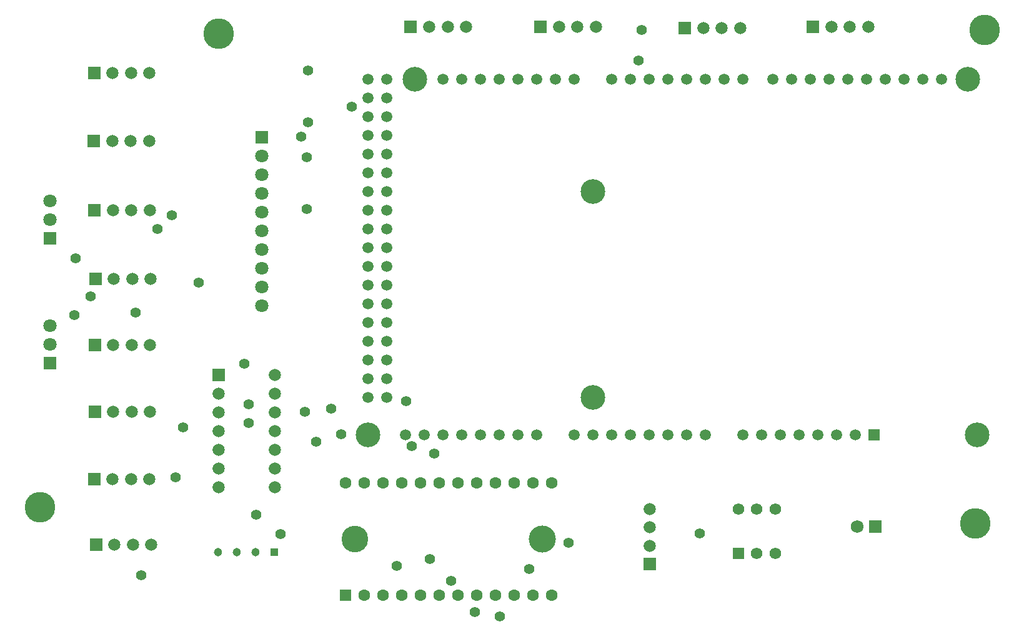
<source format=gts>
G04*
G04 #@! TF.GenerationSoftware,Altium Limited,Altium Designer,22.1.2 (22)*
G04*
G04 Layer_Color=8388736*
%FSLAX44Y44*%
%MOMM*%
G71*
G04*
G04 #@! TF.SameCoordinates,ACB05888-95A5-4360-B840-782E19AB6677*
G04*
G04*
G04 #@! TF.FilePolarity,Negative*
G04*
G01*
G75*
%ADD14C,3.3500*%
%ADD15C,1.5080*%
%ADD16R,1.5080X1.5080*%
%ADD17R,1.6580X1.6580*%
%ADD18C,1.6580*%
%ADD19R,1.6580X1.6580*%
%ADD20C,3.6160*%
%ADD21C,3.6660*%
%ADD22C,1.8000*%
%ADD23R,1.8000X1.8000*%
%ADD24R,1.5580X1.5580*%
%ADD25C,1.5580*%
%ADD26R,1.1350X1.1350*%
%ADD27C,1.1350*%
%ADD28C,1.7250*%
%ADD29R,1.7250X1.7250*%
%ADD30C,1.4080*%
%ADD31R,1.6080X1.6080*%
%ADD32C,1.6080*%
%ADD33C,4.1500*%
%ADD34C,1.4200*%
D14*
X2461260Y1115060D02*
D03*
X2397760Y632460D02*
D03*
X3210560Y1115060D02*
D03*
X2702560Y962660D02*
D03*
Y683260D02*
D03*
X3223260Y632460D02*
D03*
D15*
X3175000Y1115060D02*
D03*
X3149600D02*
D03*
X3124200D02*
D03*
X3098800D02*
D03*
X3073400D02*
D03*
X3048000D02*
D03*
X3022600D02*
D03*
X2997200D02*
D03*
X2971800D02*
D03*
X2946400D02*
D03*
X2905760D02*
D03*
X2880360D02*
D03*
X2854960D02*
D03*
X2829560D02*
D03*
X2804160D02*
D03*
X2778760D02*
D03*
X2753360D02*
D03*
X2727960D02*
D03*
X2677160D02*
D03*
X2651760D02*
D03*
X2626360D02*
D03*
X2600960D02*
D03*
X2575560D02*
D03*
X2550160D02*
D03*
X2524760D02*
D03*
X2499360D02*
D03*
X2397760D02*
D03*
X2423160D02*
D03*
X2397760Y1089660D02*
D03*
X2423160D02*
D03*
X2397760Y1064260D02*
D03*
X2423160D02*
D03*
X2397760Y1038860D02*
D03*
X2423160D02*
D03*
X2397760Y1013460D02*
D03*
X2423160D02*
D03*
X2397760Y988060D02*
D03*
X2423160D02*
D03*
X2397760Y962660D02*
D03*
X2423160D02*
D03*
X2397760Y937260D02*
D03*
X2423160D02*
D03*
X2397760Y911860D02*
D03*
X2423160D02*
D03*
X2397760Y886460D02*
D03*
X2423160D02*
D03*
X2397760Y861060D02*
D03*
X2423160D02*
D03*
X2397760Y835660D02*
D03*
X2423160D02*
D03*
X2397760Y810260D02*
D03*
X2423160D02*
D03*
X2397760Y784860D02*
D03*
X2423160D02*
D03*
Y759460D02*
D03*
X2397760D02*
D03*
X2423160Y734060D02*
D03*
X2397760D02*
D03*
X2423160Y708660D02*
D03*
X2397760D02*
D03*
X2423160Y683260D02*
D03*
X2397760D02*
D03*
X2448560Y632460D02*
D03*
X2473960D02*
D03*
X2499360D02*
D03*
X2524760D02*
D03*
X2550160D02*
D03*
X2575560D02*
D03*
X2600960D02*
D03*
X2626360D02*
D03*
X2677160D02*
D03*
X2702560D02*
D03*
X2727960D02*
D03*
X2753360D02*
D03*
X2778760D02*
D03*
X2804160D02*
D03*
X2829560D02*
D03*
X2854960D02*
D03*
X2905760D02*
D03*
X2931160D02*
D03*
X2956560D02*
D03*
X2981960D02*
D03*
X3007360D02*
D03*
X3032760D02*
D03*
X3058160D02*
D03*
D16*
X3083560D02*
D03*
D17*
X2028790Y844720D02*
D03*
X2026920Y1123950D02*
D03*
X2026450Y1031240D02*
D03*
X2027320Y937260D02*
D03*
X3001010Y1186180D02*
D03*
X2027720Y754380D02*
D03*
Y664210D02*
D03*
X2827620Y1185080D02*
D03*
X2026920Y572770D02*
D03*
X2029460Y483870D02*
D03*
X2456110Y1186180D02*
D03*
X2632040Y1186350D02*
D03*
D18*
X2053790Y844720D02*
D03*
X2103790D02*
D03*
X2078790D02*
D03*
X2272030Y561340D02*
D03*
X2195830D02*
D03*
X2272030Y586740D02*
D03*
X2195830D02*
D03*
X2272030Y612140D02*
D03*
X2195830D02*
D03*
X2272030Y637540D02*
D03*
X2195830D02*
D03*
Y662940D02*
D03*
X2272030D02*
D03*
Y688340D02*
D03*
X2195830D02*
D03*
X2272030Y713740D02*
D03*
X2780030Y507130D02*
D03*
Y532130D02*
D03*
Y482130D02*
D03*
X2076920Y1123950D02*
D03*
X2101920D02*
D03*
X2051920D02*
D03*
X2076450Y1031240D02*
D03*
X2101450D02*
D03*
X2051450D02*
D03*
X2077320Y937260D02*
D03*
X2102320D02*
D03*
X2052320D02*
D03*
X3051010Y1186180D02*
D03*
X3076010D02*
D03*
X3026010D02*
D03*
X2077720Y754380D02*
D03*
X2102720D02*
D03*
X2052720D02*
D03*
X2077720Y664210D02*
D03*
X2102720D02*
D03*
X2052720D02*
D03*
X2877620Y1185080D02*
D03*
X2902620D02*
D03*
X2852620D02*
D03*
X2076920Y572770D02*
D03*
X2101920D02*
D03*
X2051920D02*
D03*
X2079460Y483870D02*
D03*
X2104460D02*
D03*
X2054460D02*
D03*
X2506110Y1186180D02*
D03*
X2531110D02*
D03*
X2481110D02*
D03*
X2682040Y1186350D02*
D03*
X2707040D02*
D03*
X2657040D02*
D03*
D19*
X2195830Y713740D02*
D03*
X2780030Y457130D02*
D03*
D20*
X2379980Y491490D02*
D03*
D21*
X2633980D02*
D03*
D22*
X2254250Y807720D02*
D03*
Y833120D02*
D03*
Y858520D02*
D03*
Y883920D02*
D03*
Y909320D02*
D03*
Y934720D02*
D03*
Y960120D02*
D03*
Y985520D02*
D03*
Y1010920D02*
D03*
X1967230Y755650D02*
D03*
Y781050D02*
D03*
Y924560D02*
D03*
Y949960D02*
D03*
D23*
X2254250Y1036320D02*
D03*
X1967230Y730250D02*
D03*
Y899160D02*
D03*
D24*
X2899810Y471650D02*
D03*
D25*
X2924810D02*
D03*
X2949810D02*
D03*
X2899810Y531650D02*
D03*
X2924810D02*
D03*
X2949810D02*
D03*
D26*
X2270760Y473710D02*
D03*
D27*
X2245360D02*
D03*
X2219960D02*
D03*
X2194560D02*
D03*
D28*
X3060900Y507830D02*
D03*
D29*
X3085900D02*
D03*
D30*
X2315210Y939090D02*
D03*
Y1009090D02*
D03*
X2316480Y1127200D02*
D03*
Y1057200D02*
D03*
D31*
X2367280Y415290D02*
D03*
D32*
X2392680D02*
D03*
X2418080D02*
D03*
X2443480D02*
D03*
X2468880D02*
D03*
X2494280D02*
D03*
X2519680D02*
D03*
X2545080D02*
D03*
X2570480D02*
D03*
X2595880D02*
D03*
X2621280D02*
D03*
X2646680D02*
D03*
Y567690D02*
D03*
X2621280D02*
D03*
X2595880D02*
D03*
X2570480D02*
D03*
X2545080D02*
D03*
X2519680D02*
D03*
X2494280D02*
D03*
X2468880D02*
D03*
X2443480D02*
D03*
X2418080D02*
D03*
X2392680D02*
D03*
X2367280D02*
D03*
D33*
X3221211Y512616D02*
D03*
X3233911Y1181906D02*
D03*
X2195830Y1177290D02*
D03*
X1953260Y534670D02*
D03*
D34*
X2082800Y798830D02*
D03*
X2764790Y1140460D02*
D03*
X2768600Y1182370D02*
D03*
X2481580Y464630D02*
D03*
X2437130Y454660D02*
D03*
X2236470Y674370D02*
D03*
X2449830Y678180D02*
D03*
X2307590Y1037590D02*
D03*
X2376170Y1078230D02*
D03*
X2669540Y486410D02*
D03*
X2510790Y434340D02*
D03*
X2616200Y450850D02*
D03*
X2361787Y633317D02*
D03*
X2327910Y623570D02*
D03*
X2348230Y668020D02*
D03*
X2021840Y820420D02*
D03*
X2230120Y728980D02*
D03*
X2168500Y839470D02*
D03*
X2000400Y795175D02*
D03*
X2001520Y872490D02*
D03*
X2132330Y930910D02*
D03*
X2112670Y911860D02*
D03*
X2090420Y441960D02*
D03*
X2279650Y497840D02*
D03*
X2576830Y386080D02*
D03*
X2542540Y392620D02*
D03*
X2457450Y617381D02*
D03*
X2487754Y607031D02*
D03*
X2312670Y664210D02*
D03*
X2236470Y648970D02*
D03*
X2147570Y642620D02*
D03*
X2246630Y524510D02*
D03*
X2137410Y575310D02*
D03*
X2847340Y499110D02*
D03*
M02*

</source>
